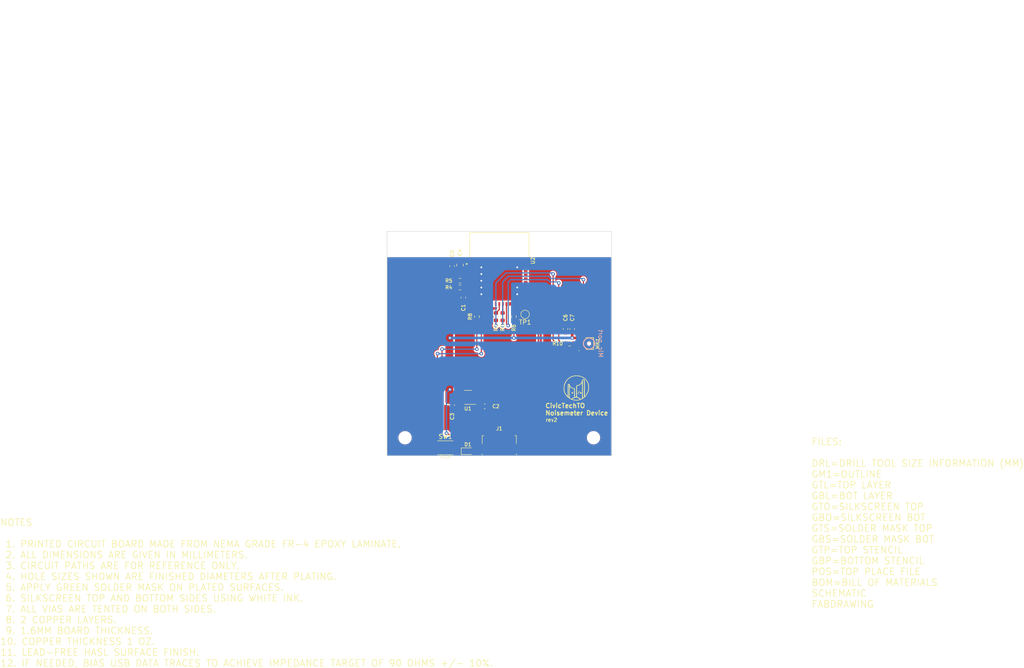
<source format=kicad_pcb>
(kicad_pcb (version 20221018) (generator pcbnew)
  (title_block (title "Noisemeter Device") (date "2024-01-25") (rev "2") (company "Civic Tech Toronto") (comment 1 "Drawn by Clyne Sullivan") (comment 2 "Released under the CERN Open Hardware License Version 2 - Strongly Reciprocal"))
  (layers (0 "F.Cu" signal) (31 "B.Cu" signal) (34 "B.Paste" user) (35 "F.Paste" user) (36 "B.SilkS" user "B.Silkscreen") (37 "F.SilkS" user "F.Silkscreen") (38 "B.Mask" user) (39 "F.Mask" user) (44 "Edge.Cuts" user))
  (net 0 "")
  (net 1 "VBUS")
  (net 2 "GND")
  (net 3 "+3V3")
  (net 4 "USB_D_N")
  (net 5 "USB_D_P")
  (net 6 "MIC_WS")
  (net 7 "Net-(U2-IO9)")
  (net 8 "MIC_BCLK")
  (net 9 "Net-(MK1-DATA_OUT)")
  (net 10 "MIC_DATA_OUT")
  (net 13 "Net-(U2-EN)")
  (net 14 "STAT_LED")
  (net 15 "Net-(D1-K)")
  (net 18 "FACT_RESET")
  (net 23 "Net-(U2-IO4)")
  (net 24 "IO2")
  (net 25 "IO8")
  (net 39 "Net-(U2-IO5)")
  (footprint "MountingHole:MountingHole_2.5mm" (layer "F.Cu") (at 129 121)
    (fp_text reference "H1" hide)
    (fp_text value "MountingHole_Pad")
  )
  (footprint "Button_Switch_SMD:SW_SPST_EVQP7A" (layer "F.Cu") (at 138 123.25)
    (fp_text reference "SW1")
    (fp_text value "SW_Push")
  )
  (footprint "Capacitor_SMD:C_0603_1608Metric" (layer "F.Cu") (at 146.75 114)
    (fp_text reference "C2")
    (fp_text value "1U")
  )
  (footprint "Capacitor_SMD:C_0603_1608Metric" (layer "F.Cu") (at 164.75 96.75 90)
    (fp_text reference "C6")
    (fp_text value "0.1U")
  )
  (footprint "Resistor_SMD:R_0603_1608Metric" (layer "F.Cu") (at 153.25 94 -90)
    (fp_text reference "R6")
    (fp_text value "10K")
  )
  (footprint "MountingHole:MountingHole_2.5mm" (layer "F.Cu") (at 171 79)
    (fp_text reference "H3" hide)
    (fp_text value "MountingHole_Pad")
  )
  (footprint "MountingHole:MountingHole_2.5mm" (layer "F.Cu") (at 129 79)
    (fp_text reference "H4" hide)
    (fp_text value "MountingHole_Pad")
  )
  (footprint "Capacitor_SMD:C_0603_1608Metric" (layer "F.Cu") (at 142 89.75 -90)
    (fp_text reference "C1")
    (fp_text value "1U")
  )
  (footprint "Connector_USB:USB_Micro-B_Molex_47346-0001" (layer "F.Cu") (at 150 122.25)
    (fp_text reference "J1")
    (fp_text value "USB_B_Micro")
  )
  (footprint "Resistor_SMD:R_0603_1608Metric" (layer "F.Cu") (at 150.75 94 90)
    (fp_text reference "R3")
    (fp_text value "51")
  )
  (footprint "Capacitor_SMD:C_0603_1608Metric" (layer "F.Cu") (at 166.25 96.75 90)
    (fp_text reference "C7")
    (fp_text value "200P")
  )
  (footprint "MountingHole:MountingHole_2.5mm" (layer "F.Cu") (at 171 121)
    (fp_text reference "H2" hide)
    (fp_text value "MountingHole_Pad")
  )
  (footprint "Resistor_SMD:R_0603_1608Metric" (layer "F.Cu") (at 165.686 100.003 180)
    (fp_text reference "R10")
    (fp_text value "51")
  )
  (footprint "Capacitor_SMD:C_0603_1608Metric" (layer "F.Cu") (at 139.5 113.75 -90)
    (fp_text reference "C3")
    (fp_text value "1U")
  )
  (footprint "Resistor_SMD:R_0603_1608Metric" (layer "F.Cu") (at 141.25 87.5 180)
    (fp_text reference "R4")
    (fp_text value "10K")
  )
  (footprint "Capacitor_SMD:C_0603_1608Metric" (layer "F.Cu") (at 139.5 82.75 90)
    (fp_text reference "C5")
    (fp_text value "0.1U")
  )
  (footprint "LED_SMD:LED_0603_1608Metric" (layer "F.Cu") (at 143 124)
    (fp_text reference "D1")
    (fp_text value "LED")
  )
  (footprint "noisemeter:MIC_SPH0645LM4H-B" (layer "F.Cu") (at 170 100 90)
    (fp_text reference "MK1")
    (fp_text value "SPH0645LM4H-B")
  )
  (footprint "Capacitor_SMD:C_0805_2012Metric" (layer "F.Cu") (at 141.25 82.5 90)
    (fp_text reference "C4")
    (fp_text value "10U")
  )
  (footprint "Resistor_SMD:R_0603_1608Metric" (layer "F.Cu") (at 149.25 94 90)
    (fp_text reference "R2")
    (fp_text value "51")
  )
  (footprint "TestPoint:TestPoint_Pad_D1.5mm" (layer "F.Cu") (at 155.75 93.5)
    (fp_text reference "TP1")
    (fp_text value "TestPoint")
  )
  (footprint "Resistor_SMD:R_0603_1608Metric" (layer "F.Cu") (at 141.25 86 180)
    (fp_text reference "R5")
    (fp_text value "10K")
  )
  (footprint "Package_TO_SOT_SMD:SOT-23-5" (layer "F.Cu") (at 143 112 180)
    (fp_text reference "U1")
    (fp_text value "AP2112K-3.3")
  )
  (footprint "Resistor_SMD:R_0603_1608Metric" (layer "F.Cu") (at 145 94 -90)
    (fp_text reference "R8")
    (fp_text value "51")
  )
  (footprint "noisemeter:XCVR_ESP32-C3-MINI-1-N4" (layer "F.Cu") (at 150 83.55)
    (fp_text reference "U2")
    (fp_text value "ESP32-C3-MINI-1-N4")
  )
  (gr_circle (center 170 100) (end 171.25 100) (stroke (width 0.25)) (fill none) (layer "B.SilkS"))
  (gr_poly (pts (xy 168.047826 110.811825) (xy 168.07588 110.816241) (xy 168.105835 110.823307) (xy 168.137048 110.832854) (xy 168.168872 110.844711) (xy 168.200664 110.85871) (xy 168.231777 110.874681) (xy 168.261568 110.892454) (xy 168.28939 110.91186) (xy 168.3146 110.93273) (xy 168.326024 110.943661) (xy 168.336552 110.954894) (xy 168.344028 110.96301) (xy 168.350586 110.970482) (xy 168.356235 110.977391) (xy 168.358721 110.980661) (xy 168.360982 110.983821) (xy 168.36302 110.986882) (xy 168.364836 110.989854) (xy 168.366431 110.992748) (xy 168.367806 110.995573) (xy 168.368962 110.99834) (xy 168.369899 111.00106) (xy 168.37062 111.003743) (xy 168.371124 111.006399) (xy 168.371414 111.009038) (xy 168.37149 111.011671) (xy 168.371352 111.014309) (xy 168.371003 111.01696) (xy 168.370443 111.019637) (xy 168.369673 111.022348) (xy 168.368695 111.025106) (xy 168.367508 111.027918) (xy 168.366115 111.030798) (xy 168.364517 111.033753) (xy 168.362713 111.036796) (xy 168.360706 111.039935) (xy 168.356086 111.046547) (xy 168.350663 111.053671) (xy 168.339477 111.064537) (xy 168.324277 111.076828) (xy 168.305612 111.090252) (xy 168.284032 111.104515) (xy 168.260088 111.119324) (xy 168.234329 111.134386) (xy 168.207305 111.149406) (xy 168.179566 111.164091) (xy 168.151661 111.178147) (xy 168.124141 111.191282) (xy 168.097555 111.203201) (xy 168.072454 111.213612) (xy 168.049386 111.22222) (xy 168.028902 111.228732) (xy 168.011552 111.232854) (xy 167.997886 111.234293) (xy 167.991046 111.233976) (xy 167.984811 111.233046) (xy 167.979173 111.231535) (xy 167.974123 111.229476) (xy 167.969653 111.226899) (xy 167.965757 111.223838) (xy 167.962426 111.220324) (xy 167.959653 111.21639) (xy 167.95743 111.212067) (xy 167.955749 111.207387) (xy 167.954602 111.202383) (xy 167.953981 111.197086) (xy 167.95388 111.191529) (xy 167.954289 111.185744) (xy 167.955202 111.179762) (xy 167.956611 111.173616) (xy 167.958507 111.167337) (xy 167.960883 111.160958) (xy 167.963732 111.154511) (xy 167.967045 111.148028) (xy 167.970815 111.141541) (xy 167.975034 111.135082) (xy 167.979695 111.128682) (xy 167.984789 111.122375) (xy 167.990309 111.116191) (xy 167.996246 111.110164) (xy 168.002595 111.104325) (xy 168.009345 111.098706) (xy 168.016491 111.093339) (xy 168.024024 111.088256) (xy 168.031935 111.083489) (xy 168.040219 111.079071) (xy 168.049076 111.074281) (xy 168.057632 111.069453) (xy 168.065848 111.064616) (xy 168.073689 111.059801) (xy 168.081115 111.055035) (xy 168.088092 111.050348) (xy 168.09458 111.045768) (xy 168.100544 111.041324) (xy 168.105945 111.037046) (xy 168.110747 111.032962) (xy 168.114912 111.029102) (xy 168.118403 111.025493) (xy 168.119884 111.023793) (xy 168.121183 111.022166) (xy 168.122295 111.020617) (xy 168.123215 111.019149) (xy 168.123939 111.017765) (xy 168.124462 111.01647) (xy 168.124779 111.015267) (xy 168.124885 111.01416) (xy 168.124779 111.013037) (xy 168.124462 111.011786) (xy 168.123215 111.008929) (xy 168.121183 111.005633) (xy 168.118403 111.001945) (xy 168.114912 110.99791) (xy 168.110747 110.993572) (xy 168.105945 110.988979) (xy 168.100544 110.984174) (xy 168.09458 110.979204) (xy 168.088092 110.974114) (xy 168.081115 110.96895) (xy 168.073689 110.963757) (xy 168.065848 110.95858) (xy 168.057632 110.953466) (xy 168.049076 110.948459) (xy 168.040219 110.943604) (xy 168.031827 110.938156) (xy 168.023616 110.932426) (xy 168.015638 110.926464) (xy 168.00794 110.920321) (xy 168.000573 110.914045) (xy 167.993586 110.907687) (xy 167.987029 110.901296) (xy 167.980952 110.894921) (xy 167.975404 110.888612) (xy 167.970435 110.88242) (xy 167.966094 110.876392) (xy 167.962431 110.870579) (xy 167.96087 110.867769) (xy 167.959496 110.865031) (xy 167.958317 110.862372) (xy 167.957338 110.859798) (xy 167.956566 110.857314) (xy 167.956007 110.854928) (xy 167.955667 110.852645) (xy 167.955552 110.850471) (xy 167.956341 110.84248) (xy 167.958653 110.835428) (xy 167.962408 110.829292) (xy 167.967525 110.824051) (xy 167.973923 110.819685) (xy 167.981523 110.816172) (xy 167.990243 110.813492) (xy 168.000002 110.811621) (xy 168.010721 110.810541) (xy 168.022318 110.810229)) (fill solid) (layer "F.SilkS"))
  (gr_poly (pts (xy 167.861603 110.543812) (xy 167.865256 110.544214) (xy 167.868769 110.544965) (xy 167.872133 110.546065) (xy 167.875339 110.547508) (xy 167.878381 110.549292) (xy 167.881248 110.551415) (xy 167.883934 110.553872) (xy 167.88643 110.556661) (xy 167.888727 110.559779) (xy 167.890818 110.563222) (xy 167.892693 110.566987) (xy 167.894345 110.571073) (xy 167.895766 110.575474) (xy 167.896947 110.580188) (xy 167.89788 110.585213) (xy 167.898557 110.590544) (xy 167.898969 110.59618) (xy 167.899108 110.602116) (xy 167.896461 110.618051) (xy 167.88891 110.642817) (xy 167.877044 110.67519) (xy 167.861449 110.713946) (xy 167.821419 110.805712) (xy 167.773519 110.908327) (xy 167.722443 111.011999) (xy 167.672889 111.10694) (xy 167.629552 111.183361) (xy 167.611683 111.211566) (xy 167.59713 111.231471) (xy 167.591816 111.237606) (xy 167.586465 111.243313) (xy 167.581092 111.248593) (xy 167.57571 111.253448) (xy 167.570331 111.257879) (xy 167.564971 111.261888) (xy 167.559641 111.265476) (xy 167.554356 111.268645) (xy 167.549128 111.271397) (xy 167.543972 111.273732) (xy 167.538901 111.275653) (xy 167.533928 111.277161) (xy 167.529066 111.278258) (xy 167.52433 111.278945) (xy 167.519732 111.279224) (xy 167.515285 111.279096) (xy 167.511005 111.278563) (xy 167.506903 111.277627) (xy 167.502993 111.276288) (xy 167.499289 111.274549) (xy 167.495804 111.272411) (xy 167.492552 111.269875) (xy 167.489546 111.266944) (xy 167.486799 111.263618) (xy 167.484325 111.2599) (xy 167.482137 111.25579) (xy 167.480249 111.251291) (xy 167.478674 111.246404) (xy 167.477425 111.24113) (xy 167.476517 111.235471) (xy 167.475962 111.229429) (xy 167.475774 111.223005) (xy 167.478799 111.207499) (xy 167.487405 111.182038) (xy 167.518549 111.106941) (xy 167.563583 111.009089) (xy 167.616886 110.89986) (xy 167.672834 110.790631) (xy 167.725806 110.692779) (xy 167.770179 110.617682) (xy 167.787383 110.592221) (xy 167.80033 110.576716) (xy 167.805083 110.571886) (xy 167.809811 110.567451) (xy 167.814506 110.563406) (xy 167.81916 110.559749) (xy 167.823764 110.556476) (xy 167.82831 110.553585) (xy 167.83279 110.551072) (xy 167.837195 110.548934) (xy 167.841518 110.547168) (xy 167.84575 110.545772) (xy 167.849883 110.544741) (xy 167.853908 110.544073) (xy 167.857818 110.543764)) (fill solid) (layer "F.SilkS"))
  (gr_poly (pts (xy 167.153986 107.123374) (xy 167.347363 107.129371) (xy 167.540211 107.140131) (xy 167.719632 107.155124) (xy 167.872727 107.173821) (xy 167.935371 107.184394) (xy 167.986597 107.195693) (xy 168.039288 107.210435) (xy 168.09539 107.228033) (xy 168.154345 107.248236) (xy 168.215593 107.270791) (xy 168.342742 107.321949) (xy 168.472372 107.379491) (xy 168.600017 107.441398) (xy 168.721212 107.505653) (xy 168.777997 107.538031) (xy 168.831494 107.570239) (xy 168.881147 107.602025) (xy 168.926397 107.633138) (xy 169.007533 107.693658) (xy 169.086801 107.758655) (xy 169.164051 107.827911) (xy 169.239134 107.901205) (xy 169.311903 107.978319) (xy 169.382208 108.059034) (xy 169.4499 108.143131) (xy 169.51483 108.230391) (xy 169.57685 108.320594) (xy 169.635811 108.413521) (xy 169.691563 108.508953) (xy 169.743959 108.606672) (xy 169.792849 108.706458) (xy 169.838085 108.808092) (xy 169.879517 108.911354) (xy 169.916997 109.016027) (xy 169.938665 109.083573) (xy 169.955405 109.144702) (xy 169.962124 109.17499) (xy 169.967846 109.206229) (xy 169.972651 109.23927) (xy 169.976616 109.274966) (xy 169.982343 109.357725) (xy 169.985656 109.46132) (xy 169.987183 109.592565) (xy 169.987552 109.758271) (xy 169.985783 109.971602) (xy 169.983217 110.064572) (xy 169.979218 110.149943) (xy 169.973548 110.228864) (xy 169.965972 110.302486) (xy 169.956255 110.371957) (xy 169.94416 110.438427) (xy 169.929453 110.503044) (xy 169.911898 110.566959) (xy 169.891258 110.63132) (xy 169.867299 110.697277) (xy 169.839784 110.765979) (xy 169.808479 110.838576) (xy 169.773146 110.916216) (xy 169.733552 111.000049) (xy 169.699443 111.070842) (xy 169.66481 111.139357) (xy 169.629589 111.205698) (xy 169.59372 111.269968) (xy 169.557139 111.33227) (xy 169.519785 111.392707) (xy 169.481596 111.451383) (xy 169.44251 111.508402) (xy 169.402465 111.563866) (xy 169.361399 111.617879) (xy 169.31925 111.670544) (xy 169.275955 111.721964) (xy 169.231453 111.772244) (xy 169.185683 111.821486) (xy 169.13858 111.869794) (xy 169.090085 111.917271) (xy 169 112) (xy 168.908493 112.077851) (xy 168.815398 112.150906) (xy 168.720551 112.219249) (xy 168.623785 112.282961) (xy 168.524935 112.342126) (xy 168.423837 112.396826) (xy 168.320324 112.447143) (xy 168.214232 112.493161) (xy 168.105395 112.534963) (xy 167.993647 112.57263) (xy 167.878823 112.606246) (xy 167.760758 112.635893) (xy 167.639287 112.661654) (xy 167.514244 112.683612) (xy 167.385463 112.701849) (xy 167.301343 112.709771) (xy 167.213357 112.713496) (xy 167.122007 112.713129) (xy 167.027791 112.708772) (xy 166.93121 112.700529) (xy 166.832765 112.688504) (xy 166.732956 112.672799) (xy 166.632283 112.653518) (xy 166.531246 112.630765) (xy 166.430345 112.604642) (xy 166.330081 112.575253) (xy 166.230954 112.542702) (xy 166.133464 112.507091) (xy 166.038112 112.468525) (xy 165.945396 112.427106) (xy 165.855819 112.382938) (xy 166.290441 112.382938) (xy 166.292656 112.392458) (xy 166.299161 112.401951) (xy 166.309752 112.411387) (xy 166.32422 112.42074) (xy 166.363962 112.439083) (xy 166.416736 112.456756) (xy 166.480886 112.473537) (xy 166.55476 112.489201) (xy 166.636704 112.503525) (xy 166.725063 112.516287) (xy 166.914417 112.53623) (xy 167.012103 112.542965) (xy 167.109591 112.547244) (xy 167.205227 112.548844) (xy 167.297357 112.547541) (xy 167.384328 112.543114) (xy 167.464486 112.535338) (xy 167.523169 112.527926) (xy 167.577556 112.520493) (xy 167.627719 112.51302) (xy 167.673727 112.505484) (xy 167.71565 112.497865) (xy 167.753559 112.490144) (xy 167.787524 112.482298) (xy 167.80305 112.478322) (xy 167.817616 112.474307) (xy 167.831231 112.470251) (xy 167.843904 112.466151) (xy 167.855644 112.462005) (xy 167.866459 112.457809) (xy 167.876359 112.453562) (xy 167.885351 112.449261) (xy 167.893446 112.444902) (xy 167.900651 112.440484) (xy 167.906976 112.436005) (xy 167.912428 112.43146) (xy 167.917018 112.426849) (xy 167.920754 112.422168) (xy 167.923644 112.417414) (xy 167.925698 112.412585) (xy 167.926923 112.407679) (xy 167.92733 112.402693) (xy 167.926554 112.397085) (xy 167.924268 112.390871) (xy 167.915407 112.376775) (xy 167.901229 112.360711) (xy 167.882218 112.342985) (xy 167.858859 112.323904) (xy 167.831633 112.303772) (xy 167.801026 112.282896) (xy 167.767522 112.261582) (xy 167.731602 112.240136) (xy 167.693752 112.218863) (xy 167.654456 112.19807) (xy 167.614196 112.178062) (xy 167.573456 112.159146) (xy 167.532721 112.141627) (xy 167.492473 112.125811) (xy 167.453197 112.112005) (xy 167.412503 112.099105) (xy 167.370933 112.087922) (xy 167.328603 112.07845) (xy 167.285627 112.070685) (xy 167.242123 112.064624) (xy 167.198204 112.060262) (xy 167.153989 112.057595) (xy 167.109591 112.056618) (xy 167.065127 112.057329) (xy 167.020713 112.059722) (xy 166.976464 112.063793) (xy 166.932497 112.069539) (xy 166.888926 112.076955) (xy 166.845868 112.086037) (xy 166.803438 112.096781) (xy 166.761752 112.109182) (xy 166.724833 112.121465) (xy 166.686401 112.135878) (xy 166.646993 112.152101) (xy 166.607148 112.169816) (xy 166.567401 112.188705) (xy 166.528291 112.208451) (xy 166.490355 112.228733) (xy 166.45413 112.249235) (xy 166.420155 112.269638) (xy 166.388965 112.289622) (xy 166.3611 112.308872) (xy 166.337096 112.327067) (xy 166.317491 112.343889) (xy 166.309506 112.351686) (xy 166.302822 112.359021) (xy 166.297506 112.365853) (xy 166.293626 112.372143) (xy 166.291249 112.377851) (xy 166.290441 112.382938) (xy 165.855819 112.382938) (xy 165.719626 112.308433) (xy 165.588469 112.227964) (xy 165.462553 112.14178) (xy 165.456801 112.137404) (xy 165.697775 112.137404) (xy 165.867108 112.222071) (xy 165.9344 112.25435) (xy 165.965037 112.268704) (xy 165.992697 112.281338) (xy 166.016653 112.291855) (xy 166.036177 112.299859) (xy 166.044049 112.302794) (xy 166.050541 112.304952) (xy 166.055562 112.306283) (xy 166.059019 112.306738) (xy 166.062639 112.306055) (xy 166.068131 112.304053) (xy 166.084287 112.296375) (xy 166.106594 112.284265) (xy 166.134161 112.268285) (xy 166.166093 112.248998) (xy 166.201497 112.226966) (xy 166.239481 112.202751) (xy 166.279152 112.176915) (xy 166.320482 112.150187) (xy 166.363202 112.123425) (xy 166.406053 112.097392) (xy 166.44778 112.072846) (xy 166.487126 112.050549) (xy 166.522834 112.031262) (xy 166.553647 112.015746) (xy 166.566825 112.009639) (xy 166.578308 112.00476) (xy 166.685552 111.962427) (xy 166.679908 111.028271) (xy 166.671441 110.096938) (xy 166.493641 110.060249) (xy 166.448938 110.050132) (xy 166.404829 110.038845) (xy 166.361383 110.026409) (xy 166.318664 110.012844) (xy 166.276738 109.998172) (xy 166.235673 109.982412) (xy 166.195533 109.965585) (xy 166.156386 109.947713) (xy 166.118297 109.928815) (xy 166.081332 109.908913) (xy 166.045558 109.888027) (xy 166.011041 109.866177) (xy 165.977847 109.843385) (xy 165.946042 109.819671) (xy 165.915692 109.795056) (xy 165.886863 109.76956) (xy 165.874144 109.757564) (xy 165.861436 109.745952) (xy 165.848819 109.734778) (xy 165.836372 109.724096) (xy 165.824173 109.71396) (xy 165.812301 109.704423) (xy 165.800833 109.695539) (xy 165.78985 109.687363) (xy 165.779428 109.679947) (xy 165.769648 109.673345) (xy 165.760586 109.667612) (xy 165.752323 109.662801) (xy 165.744936 109.658965) (xy 165.738504 109.656159) (xy 165.735671 109.655158) (xy 165.733106 109.654435) (xy 165.730818 109.653997) (xy 165.728819 109.653849) (xy 165.72475 109.657811) (xy 165.721003 109.669934) (xy 165.714443 109.720083) (xy 165.709075 109.807142) (xy 165.70483 109.933955) (xy 165.69945 110.318218) (xy 165.697775 110.895627) (xy 165.697775 112.137404) (xy 165.456801 112.137404) (xy 165.342087 112.050136) (xy 165.227275 111.953283) (xy 165.118326 111.851473) (xy 165.015446 111.744958) (xy 164.918841 111.633991) (xy 164.828719 111.518823) (xy 164.745286 111.399708) (xy 164.668748 111.276896) (xy 164.599313 111.150641) (xy 164.537187 111.021194) (xy 164.482577 110.888808) (xy 164.435689 110.753735) (xy 164.39673 110.616227) (xy 164.379742 110.543687) (xy 164.366656 110.477232) (xy 164.357142 110.411836) (xy 164.350869 110.342471) (xy 164.347507 110.26411) (xy 164.346724 110.171727) (xy 164.34819 110.060293) (xy 164.349178 110.020738) (xy 164.49833 110.020738) (xy 164.499455 110.196096) (xy 164.501232 110.270961) (xy 164.504151 110.338811) (xy 164.508459 110.40079) (xy 164.514404 110.458044) (xy 164.522234 110.511718) (xy 164.532197 110.562957) (xy 164.544541 110.612906) (xy 164.559515 110.662711) (xy 164.577366 110.713516) (xy 164.598343 110.766466) (xy 164.622693 110.822707) (xy 164.650664 110.883384) (xy 164.718464 111.022627) (xy 164.75409 111.092458) (xy 164.791808 111.161781) (xy 164.831064 111.229888) (xy 164.871305 111.296073) (xy 164.911975 111.359629) (xy 164.952521 111.419849) (xy 164.992389 111.476025) (xy 165.031025 111.527452) (xy 165.067875 111.573421) (xy 165.102385 111.613226) (xy 165.134001 111.646161) (xy 165.148551 111.65983) (xy 165.16217 111.671517) (xy 165.174788 111.681133) (xy 165.186336 111.688589) (xy 165.196746 111.693797) (xy 165.205947 111.696669) (xy 165.213871 111.697116) (xy 165.220448 111.695051) (xy 165.22561 111.690384) (xy 165.229286 111.683027) (xy 165.232571 111.649502) (xy 165.235989 111.569344) (xy 165.242691 111.290032) (xy 165.248336 110.886895) (xy 165.250714 110.559782) (xy 165.415552 110.559782) (xy 165.415773 110.997535) (xy 165.416148 111.176724) (xy 165.416787 111.331836) (xy 165.417757 111.464657) (xy 165.419124 111.576973) (xy 165.419977 111.625999) (xy 165.420954 111.670569) (xy 165.422064 111.710906) (xy 165.423314 111.747232) (xy 165.424712 111.779772) (xy 165.426268 111.808748) (xy 165.427989 111.834383) (xy 165.429884 111.856902) (xy 165.431961 111.876527) (xy 165.434228 111.893481) (xy 165.436693 111.907987) (xy 165.439365 111.92027) (xy 165.440781 111.925647) (xy 165.442252 111.930551) (xy 165.443779 111.935011) (xy 165.445362 111.939055) (xy 165.447004 111.94271) (xy 165.448704 111.946004) (xy 165.450464 111.948966) (xy 165.452285 111.951623) (xy 165.454169 111.954002) (xy 165.456115 111.956133) (xy 165.458125 111.958042) (xy 165.460201 111.959759) (xy 165.464551 111.962723) (xy 165.469175 111.965249) (xy 165.474494 111.968259) (xy 165.479846 111.970943) (xy 165.485199 111.973304) (xy 165.490518 111.975347) (xy 165.495771 111.977076) (xy 165.500925 111.978495) (xy 165.505946 111.979607) (xy 165.510802 111.980418) (xy 165.51546 111.980932) (xy 165.519887 111.981151) (xy 165.524048 111.981082) (xy 165.527912 111.980727) (xy 165.531446 111.980091) (xy 165.533078 111.979669) (xy 165.534615 111.979178) (xy 165.536053 111.978619) (xy 165.537388 111.977992) (xy 165.538615 111.977299) (xy 165.53973 111.976538) (xy 165.546891 111.876558) (xy 165.551504 111.623848) (xy 165.553489 110.842004) (xy 165.546477 109.994544) (xy 165.539846 109.659813) (xy 165.531264 109.445005) (xy 165.52845 109.398923) (xy 165.526913 109.377424) (xy 165.525288 109.356942) (xy 165.523572 109.337469) (xy 165.521763 109.318997) (xy 165.519859 109.301516) (xy 165.517858 109.28502) (xy 165.515758 109.269499) (xy 165.513556 109.254946) (xy 165.511251 109.241351) (xy 165.50884 109.228708) (xy 165.506322 109.217007) (xy 165.503695 109.20624) (xy 165.500955 109.1964) (xy 165.498102 109.187477) (xy 165.495134 109.179463) (xy 165.492047 109.172351) (xy 165.488841 109.166132) (xy 165.485513 109.160798) (xy 165.48206 109.15634) (xy 165.480287 109.154437) (xy 165.478482 109.15275) (xy 165.476645 109.151278) (xy 165.474775 109.15002) (xy 165.472873 109.148975) (xy 165.470939 109.148142) (xy 165.468971 109.14752) (xy 165.46697 109.147107) (xy 165.464935 109.146903) (xy 165.462866 109.146907) (xy 165.460763 109.147118) (xy 165.458626 109.147534) (xy 165.456454 109.148155) (xy 165.454248 109.14898) (xy 165.452006 109.150007) (xy 165.449729 109.151236) (xy 165.445067 109.154294) (xy 165.440261 109.158145) (xy 165.435308 109.162782) (xy 165.431218 109.195028) (xy 165.427459 109.279464) (xy 165.421197 109.581882) (xy 165.417052 110.024001) (xy 165.415552 110.559782) (xy 165.250714 110.559782) (xy 165.251864 110.401738) (xy 165.254377 110.098553) (xy 165.257684 109.837867) (xy 165.261786 109.618257) (xy 165.26668 109.438302) (xy 165.272369 109.296579) (xy 165.278851 109.191666) (xy 165.28239 109.152569) (xy 165.286127 109.122141) (xy 165.290063 109.100205) (xy 165.294197 109.086582) (xy 165.298354 109.077793) (xy 165.302883 109.069419) (xy 165.307775 109.06146) (xy 165.313021 109.053917) (xy 165.318612 109.046792) (xy 165.324539 109.040086) (xy 165.330794 109.033799) (xy 165.337368 109.027933) (xy 165.344252 109.022489) (xy 165.351437 109.017467) (xy 165.358915 109.012869) (xy 165.366676 109.008696) (xy 165.374712 109.004948) (xy 165.383015 109.001628) (xy 165.391575 108.998735) (xy 165.400383 108.996271) (xy 165.409431 108.994237) (xy 165.41871 108.992634) (xy 165.437926 108.990726) (xy 165.457961 108.990554) (xy 165.478744 108.992126) (xy 165.500205 108.995451) (xy 165.522273 109.000537) (xy 165.544879 109.007393) (xy 165.567953 109.016027) (xy 165.582591 109.022339) (xy 165.595899 109.028694) (xy 165.608 109.035263) (xy 165.619017 109.04222) (xy 165.629075 109.04974) (xy 165.638299 109.057996) (xy 165.646811 109.067161) (xy 165.654736 109.07741) (xy 165.662198 109.088915) (xy 165.669321 109.101851) (xy 165.676229 109.116391) (xy 165.683046 109.132708) (xy 165.689896 109.150977) (xy 165.696904 109.17137) (xy 165.704192 109.194062) (xy 165.711886 109.219227) (xy 165.734852 109.290775) (xy 165.761473 109.358359) (xy 165.791831 109.422049) (xy 165.826009 109.481914) (xy 165.86409 109.538026) (xy 165.906156 109.590454) (xy 165.95229 109.639269) (xy 166.002575 109.684541) (xy 166.057093 109.72634) (xy 166.115927 109.764737) (xy 166.179159 109.799802) (xy 166.246873 109.831605) (xy 166.319151 109.860216) (xy 166.396076 109.885707) (xy 166.47773 109.908146) (xy 166.564197 109.927605) (xy 166.609264 109.93654) (xy 166.652744 109.946169) (xy 166.693578 109.95613) (xy 166.730708 109.966057) (xy 166.763075 109.975588) (xy 166.777142 109.980091) (xy 166.789622 109.984358) (xy 166.800382 109.988344) (xy 166.809289 109.992003) (xy 166.816212 109.99529) (xy 166.821019 109.99816) (xy 166.825585 110.004843) (xy 166.829767 110.016697) (xy 166.837026 110.057559) (xy 166.842897 110.124019) (xy 166.847477 110.219352) (xy 166.853166 110.509732) (xy 166.854886 110.954894) (xy 166.855404 111.169145) (xy 166.856914 111.356575) (xy 166.85935 111.516819) (xy 166.862647 111.649513) (xy 166.866737 111.754293) (xy 166.871554 111.830796) (xy 166.874215 111.85833) (xy 166.877033 111.878658) (xy 166.88 111.891735) (xy 166.881537 111.89554) (xy 166.883108 111.897515) (xy 166.886832 111.8995) (xy 166.891602 111.90122) (xy 166.89734 111.902675) (xy 166.903966 111.903865) (xy 166.911402 111.904791) (xy 166.919571 111.905453) (xy 166.928392 111.90585) (xy 166.937788 111.905982) (xy 166.947681 111.90585) (xy 166.95799 111.905453) (xy 166.979548 111.903865) (xy 166.99064 111.902675) (xy 167.001834 111.90122) (xy 167.013053 111.8995) (xy 167.024219 111.897515) (xy 167.056472 111.891871) (xy 167.320552 111.891871) (xy 167.461663 111.939849) (xy 167.500716 111.953504) (xy 167.539528 111.967999) (xy 167.578059 111.983313) (xy 167.616268 111.999424) (xy 167.654113 112.016313) (xy 167.691553 112.033958) (xy 167.728547 112.052339) (xy 167.765052 112.071435) (xy 167.801029 112.091226) (xy 167.836435 112.11169) (xy 167.871229 112.132808) (xy 167.90537 112.154558) (xy 167.938816 112.17692) (xy 167.971526 112.199873) (xy 168.00346 112.223397) (xy 168.034574 112.247471) (xy 168.178508 112.363182) (xy 168.30833 112.301093) (xy 168.43533 112.239005) (xy 168.43533 110.523093) (xy 168.434855 110.196774) (xy 168.604311 110.196774) (xy 168.61485 111.481282) (xy 168.624105 111.904378) (xy 168.635708 112.069671) (xy 168.637418 112.070358) (xy 168.639368 112.070833) (xy 168.643954 112.071159) (xy 168.6494 112.070676) (xy 168.65564 112.069406) (xy 168.662607 112.067377) (xy 168.670236 112.064611) (xy 168.67846 112.061134) (xy 168.687213 112.056971) (xy 168.69643 112.052146) (xy 168.706043 112.046685) (xy 168.715987 112.040612) (xy 168.726195 112.033952) (xy 168.736602 112.02673) (xy 168.747141 112.01897) (xy 168.757747 112.010698) (xy 168.768352 112.001938) (xy 168.872774 111.920093) (xy 168.872774 110.051782) (xy 168.872554 109.44948) (xy 168.872179 109.203933) (xy 168.87154 108.992038) (xy 168.87057 108.811231) (xy 168.869203 108.65895) (xy 168.86835 108.592705) (xy 168.867373 108.53263) (xy 168.866263 108.478406) (xy 168.865013 108.42971) (xy 168.863615 108.386224) (xy 168.862059 108.347626) (xy 168.860338 108.313596) (xy 168.858443 108.283815) (xy 168.856366 108.25796) (xy 168.854099 108.235713) (xy 168.851634 108.216752) (xy 168.848962 108.200757) (xy 168.846075 108.187409) (xy 168.844548 108.181626) (xy 168.842965 108.176385) (xy 168.841323 108.171646) (xy 168.839623 108.167367) (xy 168.837863 108.16351) (xy 168.836042 108.160034) (xy 168.834158 108.156898) (xy 168.832212 108.154064) (xy 168.830202 108.151491) (xy 168.828126 108.149139) (xy 168.823776 108.144937) (xy 168.819152 108.141138) (xy 168.813337 108.137005) (xy 168.807555 108.133079) (xy 168.801839 108.129368) (xy 168.796222 108.12588) (xy 168.790737 108.122624) (xy 168.785418 108.119607) (xy 168.780297 108.116839) (xy 168.775408 108.114327) (xy 168.770783 108.112079) (xy 168.766456 108.110104) (xy 168.76246 108.108411) (xy 168.758827 108.107007) (xy 168.755592 108.1059) (xy 168.752786 108.105099) (xy 168.750443 108.104613) (xy 168.748597 108.104449) (xy 168.732908 108.108167) (xy 168.718599 108.111968) (xy 168.705598 108.115934) (xy 168.693828 108.120148) (xy 168.688382 108.122374) (xy 168.683216 108.124692) (xy 168.67832 108.127115) (xy 168.673686 108.129651) (xy 168.669305 108.132311) (xy 168.665166 108.135105) (xy 168.661261 108.138044) (xy 168.65758 108.141138) (xy 168.654114 108.144397) (xy 168.650854 108.147833) (xy 168.64779 108.151454) (xy 168.644913 108.155271) (xy 168.642214 108.159295) (xy 168.639683 108.163537) (xy 168.637312 108.168005) (xy 168.63509 108.172712) (xy 168.633009 108.177666) (xy 168.63106 108.182879) (xy 168.627517 108.194121) (xy 168.624387 108.20652) (xy 168.621597 108.22016) (xy 168.611901 108.430829) (xy 168.605942 108.886337) (xy 168.604311 110.196774) (xy 168.434855 110.196774) (xy 168.433566 109.312007) (xy 168.431758 108.943928) (xy 168.429685 108.810004) (xy 168.427651 108.811078) (xy 168.423727 108.814227) (xy 168.410591 108.82632) (xy 168.365833 108.870682) (xy 168.223663 109.016027) (xy 168.18212 109.057864) (xy 168.140027 109.097651) (xy 168.097364 109.135387) (xy 168.054109 109.171073) (xy 168.010243 109.204708) (xy 167.965744 109.236292) (xy 167.920592 109.265827) (xy 167.874766 109.29331) (xy 167.828246 109.318743) (xy 167.78101 109.342126) (xy 167.733038 109.363458) (xy 167.68431 109.382739) (xy 167.634805 109.39997) (xy 167.584502 109.415151) (xy 167.53338 109.428281) (xy 167.481419 109.43936) (xy 167.320552 109.473227) (xy 167.320552 111.891871) (xy 167.056472 111.891871) (xy 167.137108 111.87776) (xy 167.137108 110.647271) (xy 167.139092 110.164671) (xy 167.144516 109.764621) (xy 167.14827 109.608451) (xy 167.152586 109.488396) (xy 167.157365 109.409616) (xy 167.159897 109.387317) (xy 167.162508 109.377271) (xy 167.165695 109.372911) (xy 167.170941 109.368319) (xy 167.178122 109.363529) (xy 167.187114 109.358574) (xy 167.197792 109.353486) (xy 167.210034 109.348299) (xy 167.238708 109.33776) (xy 167.272145 109.327221) (xy 167.309352 109.316946) (xy 167.349337 109.307201) (xy 167.391108 109.298249) (xy 167.44355 109.287655) (xy 167.494069 109.275941) (xy 167.542795 109.263045) (xy 167.589854 109.248904) (xy 167.635375 109.233457) (xy 167.679487 109.216642) (xy 167.722317 109.198396) (xy 167.763994 109.178657) (xy 167.804645 109.157365) (xy 167.8444 109.134455) (xy 167.883385 109.109868) (xy 167.92173 109.08354) (xy 167.959562 109.055409) (xy 167.997009 109.025414) (xy 168.0342 108.993492) (xy 168.071264 108.959582) (xy 168.106512 108.924539) (xy 168.140265 108.888261) (xy 168.172479 108.850832) (xy 168.203114 108.812342) (xy 168.232129 108.772875) (xy 168.259481 108.73252) (xy 168.285131 108.691363) (xy 168.309036 108.649491) (xy 168.331155 108.60699) (xy 168.351446 108.563948) (xy 168.369869 108.52045) (xy 168.386382 108.476585) (xy 168.400944 108.432439) (xy 168.413513 108.388099) (xy 168.424048 108.343651) (xy 168.432508 108.299182) (xy 168.438037 108.267306) (xy 168.443929 108.235727) (xy 168.45002 108.205272) (xy 168.456144 108.176769) (xy 168.462136 108.151043) (xy 168.46783 108.128923) (xy 168.473061 108.111234) (xy 168.475451 108.10431) (xy 168.477663 108.098804) (xy 168.479947 108.09369) (xy 168.483064 108.088415) (xy 168.486973 108.083) (xy 168.491631 108.077467) (xy 168.503026 108.066131) (xy 168.51691 108.054575) (xy 168.532943 108.04297) (xy 168.550787 108.031485) (xy 168.570103 108.020289) (xy 168.590552 108.009552) (xy 168.611795 107.999443) (xy 168.633492 107.990133) (xy 168.655305 107.981789) (xy 168.676894 107.974583) (xy 168.697922 107.968683) (xy 168.718048 107.964259) (xy 168.736934 107.96148) (xy 168.754241 107.960516) (xy 168.76419 107.960883) (xy 168.774433 107.961967) (xy 168.784935 107.963739) (xy 168.795659 107.966171) (xy 168.806569 107.969236) (xy 168.817629 107.972906) (xy 168.828803 107.977152) (xy 168.840054 107.981947) (xy 168.862644 107.993072) (xy 168.885111 108.006057) (xy 168.907163 108.02068) (xy 168.928513 108.036716) (xy 168.948871 108.053943) (xy 168.967947 108.072137) (xy 168.985452 108.091075) (xy 169.001097 108.110534) (xy 169.008132 108.12039) (xy 169.014592 108.130291) (xy 169.020443 108.140212) (xy 169.025649 108.150123) (xy 169.030171 108.159996) (xy 169.033976 108.169805) (xy 169.037026 108.179521) (xy 169.039286 108.189116) (xy 169.045503 108.357611) (xy 169.050927 108.751796) (xy 169.056219 109.981227) (xy 169.056522 110.457185) (xy 169.057586 110.839315) (xy 169.059642 111.136976) (xy 169.062921 111.35953) (xy 169.065093 111.445565) (xy 169.067656 111.516334) (xy 169.070642 111.573005) (xy 169.074078 111.616749) (xy 169.077994 111.648735) (xy 169.080141 111.660685) (xy 169.082418 111.670134) (xy 169.08483 111.677228) (xy 169.08738 111.682115) (xy 169.090071 111.68494) (xy 169.092908 111.685849) (xy 169.104535 111.683417) (xy 169.11816 111.676282) (xy 169.150857 111.648868) (xy 169.189913 111.605537) (xy 169.234239 111.548221) (xy 169.28275 111.47885) (xy 169.334357 111.399355) (xy 169.44251 111.217713) (xy 169.550003 111.018741) (xy 169.600783 110.917582) (xy 169.648136 110.817883) (xy 169.690974 110.721574) (xy 169.728211 110.630586) (xy 169.758758 110.546849) (xy 169.78153 110.472293) (xy 169.792043 110.421895) (xy 169.801346 110.358693) (xy 169.816234 110.20114) (xy 169.826029 110.014151) (xy 169.830566 109.812246) (xy 169.829679 109.609945) (xy 169.823202 109.421765) (xy 169.81097 109.262227) (xy 169.802645 109.197736) (xy 169.792819 109.145849) (xy 169.778993 109.09405) (xy 169.761058 109.037579) (xy 169.739402 108.97719) (xy 169.714414 108.913633) (xy 169.686482 108.847662) (xy 169.655996 108.780029) (xy 169.623344 108.711487) (xy 169.588913 108.642788) (xy 169.553094 108.574684) (xy 169.516274 108.507928) (xy 169.478842 108.443271) (xy 169.441187 108.381468) (xy 169.403698 108.323269) (xy 169.366762 108.269428) (xy 169.330769 108.220696) (xy 169.296108 108.177827) (xy 169.251718 108.127809) (xy 169.205438 108.078382) (xy 169.157431 108.029675) (xy 169.107857 107.981815) (xy 169.056877 107.93493) (xy 169.004653 107.88915) (xy 168.951345 107.844601) (xy 168.897116 107.801413) (xy 168.842126 107.759713) (xy 168.786537 107.719629) (xy 168.730509 107.68129) (xy 168.674205 107.644824) (xy 168.617784 107.610358) (xy 168.561409 107.578022) (xy 168.505241 107.547943) (xy 168.449441 107.520249) (xy 168.333939 107.467696) (xy 168.279293 107.444682) (xy 168.226045 107.423676) (xy 168.173689 107.404556) (xy 168.121722 107.387197) (xy 168.069639 107.371475) (xy 168.016936 107.357266) (xy 167.963108 107.344446) (xy 167.907652 107.332891) (xy 167.850062 107.322477) (xy 167.789835 107.31308) (xy 167.65945 107.296842) (xy 167.512463 107.283183) (xy 167.385583 107.273882) (xy 167.266825 107.267252) (xy 167.155319 107.26345) (xy 167.050192 107.262633) (xy 166.950572 107.264958) (xy 166.855586 107.270582) (xy 166.764362 107.279662) (xy 166.676027 107.292355) (xy 166.58971 107.308818) (xy 166.504539 107.329209) (xy 166.41964 107.353684) (xy 166.334142 107.382401) (xy 166.247172 107.415517) (xy 166.157857 107.453188) (xy 166.065327 107.495573) (xy 165.968708 107.542827) (xy 165.836683 107.612716) (xy 165.711417 107.687074) (xy 165.592725 107.766137) (xy 165.480419 107.85014) (xy 165.374315 107.939319) (xy 165.274226 108.03391) (xy 165.179966 108.134148) (xy 165.09135 108.240269) (xy 165.00819 108.352508) (xy 164.930301 108.471101) (xy 164.857497 108.596284) (xy 164.789592 108.728292) (xy 164.7264 108.867362) (xy 164.667735 109.013728) (xy 164.613411 109.167627) (xy 164.563241 109.329294) (xy 164.544247 109.398361) (xy 164.529287 109.462732) (xy 164.517898 109.527235) (xy 164.509619 109.596699) (xy 164.503986 109.675953) (xy 164.500535 109.769825) (xy 164.498804 109.883143) (xy 164.49833 110.020738) (xy 164.349178 110.020738) (xy 164.351575 109.924782) (xy 164.357302 109.756138) (xy 164.361478 109.680053) (xy 164.3667 109.608561) (xy 164.373096 109.540988) (xy 164.380795 109.476661) (xy 164.389923 109.414905) (xy 164.400611 109.355046) (xy 164.412985 109.296411) (xy 164.427174 109.238326) (xy 164.443306 109.180117) (xy 164.461509 109.121111) (xy 164.481912 109.060632) (xy 164.504642 108.998008) (xy 164.557597 108.863627) (xy 164.630891 108.698503) (xy 164.714925 108.538923) (xy 164.809129 108.385337) (xy 164.912932 108.238196) (xy 165.025765 108.097951) (xy 165.147055 107.965052) (xy 165.276234 107.839951) (xy 165.41273 107.723096) (xy 165.555973 107.61494) (xy 165.705392 107.515933) (xy 165.860418 107.426525) (xy 166.020478 107.347168) (xy 166.185003 107.27831) (xy 166.353423 107.220405) (xy 166.525167 107.173901) (xy 166.699663 107.139249) (xy 166.752874 107.13269) (xy 166.817238 107.127784) (xy 166.972978 107.122669)) (fill solid) (layer "F.SilkS"))
  (gr_poly (pts (xy 166.425709 110.792407) (xy 166.431859 110.792973) (xy 166.437659 110.79396) (xy 166.443111 110.795366) (xy 166.448218 110.797192) (xy 166.452983 110.799437) (xy 166.457407 110.802101) (xy 166.461494 110.805183) (xy 166.465247 110.808683) (xy 166.468666 110.812599) (xy 166.471757 110.816932) (xy 166.47452 110.821681) (xy 166.476958 110.826845) (xy 166.479075 110.832425) (xy 166.480872 110.838419) (xy 166.482352 110.844827) (xy 166.482783 110.847745) (xy 166.483016 110.850678) (xy 166.483054 110.853625) (xy 166.482898 110.856584) (xy 166.48255 110.859553) (xy 166.482011 110.862531) (xy 166.481283 110.865516) (xy 166.480368 110.868507) (xy 166.479266 110.871502) (xy 166.477981 110.874499) (xy 166.474861 110.880496) (xy 166.471023 110.886484) (xy 166.466477 110.892452) (xy 166.461237 110.898386) (xy 166.455315 110.904275) (xy 166.448723 110.910106) (xy 166.441474 110.915867) (xy 166.43358 110.921545) (xy 166.425053 110.927129) (xy 166.415907 110.932604) (xy 166.406152 110.93796) (xy 166.386804 110.948226) (xy 166.370031 110.957914) (xy 166.362609 110.962567) (xy 166.35583 110.967106) (xy 166.349692 110.971541) (xy 166.344196 110.975884) (xy 166.33934 110.980144) (xy 166.335125 110.984331) (xy 166.331549 110.988457) (xy 166.328613 110.99253) (xy 166.326315 110.996563) (xy 166.324656 111.000564) (xy 166.323634 111.004545) (xy 166.32325 111.008516) (xy 166.323502 111.012486) (xy 166.32439 111.016467) (xy 166.325914 111.020468) (xy 166.328073 111.024501) (xy 166.330866 111.028575) (xy 166.334294 111.0327) (xy 166.338355 111.036888) (xy 166.343049 111.041148) (xy 166.348376 111.04549) (xy 166.354335 111.049926) (xy 166.360925 111.054465) (xy 166.368146 111.059117) (xy 166.384479 111.068805) (xy 166.40333 111.079071) (xy 166.41159 111.083361) (xy 166.419433 111.087755) (xy 166.426858 111.092243) (xy 166.433862 111.096815) (xy 166.440442 111.101459) (xy 166.446596 111.106164) (xy 166.45232 111.11092) (xy 166.457614 111.115716) (xy 166.462473 111.120541) (xy 166.466896 111.125384) (xy 166.470879 111.130234) (xy 166.47442 111.13508) (xy 166.477517 111.139912) (xy 166.480167 111.144719) (xy 166.482368 111.149489) (xy 166.484116 111.154213) (xy 166.48541 111.158878) (xy 166.486246 111.163475) (xy 166.486622 111.167993) (xy 166.486536 111.172419) (xy 166.485985 111.176745) (xy 166.484966 111.180958) (xy 166.483476 111.185049) (xy 166.481514 111.189006) (xy 166.479077 111.192817) (xy 166.476161 111.196474) (xy 166.472765 111.199964) (xy 166.468886 111.203276) (xy 166.464521 111.206401) (xy 166.459668 111.209327) (xy 166.454323 111.212043) (xy 166.448486 111.214538) (xy 166.444038 111.215766) (xy 166.438172 111.216291) (xy 166.430992 111.216138) (xy 166.422601 111.215332) (xy 166.413101 111.213897) (xy 166.402597 111.211859) (xy 166.391192 111.209242) (xy 166.378988 111.206071) (xy 166.352602 111.198167) (xy 166.324264 111.188344) (xy 166.294801 111.176802) (xy 166.279907 111.170447) (xy 166.265041 111.163738) (xy 166.24428 111.153732) (xy 166.224858 111.143817) (xy 166.206775 111.133984) (xy 166.190032 111.124227) (xy 166.174628 111.114535) (xy 166.160564 111.104901) (xy 166.147839 111.095317) (xy 166.136454 111.085774) (xy 166.126408 111.076264) (xy 166.117701 111.066779) (xy 166.110334 111.05731) (xy 166.104307 111.04785) (xy 166.099619 111.03839) (xy 166.09627 111.028921) (xy 166.094261 111.019436) (xy 166.093591 111.009927) (xy 166.094261 111.000384) (xy 166.09627 110.990799) (xy 166.099619 110.981166) (xy 166.104307 110.971474) (xy 166.110334 110.961716) (xy 166.117701 110.951884) (xy 166.126408 110.941969) (xy 166.136454 110.931963) (xy 166.147839 110.921857) (xy 166.160564 110.911645) (xy 166.174628 110.901316) (xy 166.190032 110.890864) (xy 166.206775 110.880279) (xy 166.224858 110.869554) (xy 166.24428 110.85868) (xy 166.265041 110.847648) (xy 166.277543 110.840984) (xy 166.289651 110.834749) (xy 166.301367 110.828944) (xy 166.312694 110.823566) (xy 166.323634 110.818616) (xy 166.33419 110.814094) (xy 166.344365 110.809999) (xy 166.354162 110.80633) (xy 166.363582 110.803086) (xy 166.372628 110.800268) (xy 166.381303 110.797875) (xy 166.38961 110.795906) (xy 166.397551 110.794361) (xy 166.405129 110.793239) (xy 166.412346 110.79254) (xy 166.419205 110.792263)) (fill solid) (layer "F.SilkS"))
  (gr_line (start 125 75) (end 125 125) (stroke (width 0.1)) (layer "Edge.Cuts"))
  (gr_line (start 175 75) (end 125 75) (stroke (width 0.1)) (layer "Edge.Cuts"))
  (gr_line (start 125 125) (end 175 125) (stroke (width 0.1)) (layer "Edge.Cuts"))
  (gr_line (start 175 125) (end 175 75) (stroke (width 0.1)) (layer "Edge.Cuts"))
  (gr_text "Mic port" (at 172 100 -90) (layer "B.SilkS") (effects (font (size 1 1)) (justify bottom mirror)))
  (gr_text "rev2" (at 160.25 117.5) (layer "F.SilkS") (effects (font (size 0.8 0.8)) (justify left bottom)))
  (gr_text "CivicTechTO\nNoisemeter Device" (at 160.175709 113.292407) (layer "F.SilkS") (effects (font (size 1 1) (thickness 0.2) bold) (justify left top)))
  (gr_text "FILES:\n\nDRL=DRILL TOOL SIZE INFORMATION (MM)\nGM1=OUTLINE\nGTL=TOP LAYER\nGBL=BOT LAYER\nGTO=SILKSCREEN TOP\nGBO=SILKSCREEN BOT\nGTS=SOLDER MASK TOP\nGBS=SOLDER MASK BOT\nGTP=TOP STENCIL\nGBP=BOTTOM STENCIL\nPOS=TOP PLACE FILE\nBOM=BILL OF MATERIALS\nSCHEMATIC\nFABDRAWING" (at 219.5 121) (layer "F.SilkS") (effects (font (size 1.5 1.5)) (justify left top)))
  (gr_text "NOTES\n\n 1. PRINTED CIRCUIT BOARD MADE FROM NEMA GRADE FR-4 EPOXY LAMINATE.\n 2. ALL DIMENSIONS ARE GIVEN IN MILLIMETERS.\n 3. CIRCUIT PATHS ARE FOR REFERENCE ONLY.\n 4. HOLE SIZES SHOWN ARE FINISHED DIAMETERS AFTER PLATING.\n 5. APPLY GREEN SOLDER MASK ON PLATED SURFACES.\n 6. SILKSCREEN TOP AND BOTTOM SIDES USING WHITE INK.\n 7. ALL VIAS ARE TENTED ON BOTH SIDES.\n 8. 2 COPPER LAYERS.\n 9. 1.6MM BOARD THICKNESS.\n10. COPPER THICKNESS 1 OZ.\n11. LEAD-FREE HASL SURFACE FINISH.\n12. IF NEEDED, BIAS USB DATA TRACES TO ACHIEVE IMPEDANCE TARGET OF 90 OHMS +/- 10%." (at 38.75 139) (layer "F.SilkS") (effects (font (size 1.5 1.5)) (justify left top)))
  (segment (start 143 111.25) (end 143 113) (width 0.25) (layer "F.Cu") (net 1))
  (segment (start 143.2 111.05) (end 143 111.25) (width 0.25) (layer "F.Cu") (net 1))
  (segment (start 143 113) (end 143.25 113.25) (width 0.25) (layer "F.Cu") (net 1))
  (segment (start 144.1375 111.05) (end 143.2 111.05) (width 0.25) (layer "F.Cu") (net 1))
  (via (at 146 84.5) (size 0.8) (drill 0.4) (layers "F.Cu" "B.Cu") (net 2))
  (via (at 146 89) (size 0.8) (drill 0.4) (layers "F.Cu" "B.Cu") (net 2))
  (via (at 146 87.5) (size 0.8) (drill 0.4) (layers "F.Cu" "B.Cu") (net 2))
  (via (at 154 83) (size 0.8) (drill 0.4) (layers "F.Cu" "B.Cu") (net 2))
  (via (at 154 87.5) (size 0.8) (drill 0.4) (layers "F.Cu" "B.Cu") (net 2))
  (via (at 154 89) (size 0.8) (drill 0.4) (layers "F.Cu" "B.Cu") (net 2))
  (via (at 146 86) (size 0.8) (drill 0.4) (layers "F.Cu" "B.Cu") (net 2))
  (via (at 146 83) (size 0.8) (drill 0.4) (layers "F.Cu" "B.Cu") (net 2))
  (segment (start 166.25 98.75) (end 167.576 98.75) (width 0.6) (layer "F.Cu") (net 3))
  (segment (start 153.25 94.825) (end 153.25 98.75) (width 0.25) (layer "F.Cu") (net 3))
  (segment (start 167.576 98.75) (end 167.926 99.1) (width 0.6) (layer "F.Cu") (net 3))
  (segment (start 138.5 120.25) (end 138.25 120) (width 0.25) (layer "F.Cu") (net 3))
  (segment (start 143.7875 122.5375) (end 141.5 120.25) (width 0.25) (layer "F.Cu") (net 3))
  (segment (start 141.5 120.25) (end 138.5 120.25) (width 0.25) (layer "F.Cu") (net 3))
  (segment (start 164.75 97.525) (end 166.25 97.525) (width 0.6) (layer "F.Cu") (net 3))
  (segment (start 143.7875 124) (end 143.7875 122.5375) (width 0.25) (layer "F.Cu") (net 3))
  (segment (start 166.25 97.525) (end 166.25 98.75) (width 0.6) (layer "F.Cu") (net 3))
  (via (at 166.25 98.75) (size 0.8) (drill 0.4) (layers "F.Cu" "B.Cu") (net 3))
  (via (at 139 110.25) (size 0.8) (drill 0.4) (layers "F.Cu" "B.Cu") (net 3))
  (via (at 139 98.75) (size 0.8) (drill 0.4) (layers "F.Cu" "B.Cu") (net 3))
  (via (at 153.25 98.75) (size 0.8) (drill 0.4) (layers "F.Cu" "B.Cu") (net 3))
  (via (at 138.25 120) (size 0.8) (drill 0.4) (layers "F.Cu" "B.Cu") (net 3))
  (segment (start 138.25 111) (end 139 110.25) (width 0.25) (layer "B.Cu") (net 3))
  (segment (start 138.25 120) (end 138.25 111) (width 0.25) (layer "B.Cu") (net 3))
  (segment (start 139 98.75) (end 166.25 98.75) (width 0.6) (layer "B.Cu") (net 3))
  (segment (start 156.500001 89.45) (end 156.634571 89.31543) (width 0.37846) (layer "F.Cu") (net 4))
  (segment (start 158.73457 90.609946) (end 158.73457 108.890054) (width 0.37846) (layer "F.Cu") (net 4))
  (segment (start 149.40957 113.465054) (end 149.40957 119.695429) (width 0.37846) (layer "F.Cu") (net 4))
  (segment (start 155.9 89.45) (end 156.500001 89.45) (width 0.37846) (layer "F.Cu") (net 4))
  (segment (start 158.73457 108.890054) (end 156.390054 111.23457) (width 0.37846) (layer "F.Cu") (net 4))
  (segment (start 149.35 119.754999) (end 149.35 120.79) (width 0.37846) (layer "F.Cu") (net 4))
  (segment (start 156.634571 89.31543) (end 157.440054 89.31543) (width 0.37846) (layer "F.Cu") (net 4))
  (segment (start 151.640054 111.23457) (end 149.40957 113.465054) (width 0.37846) (layer "F.Cu") (net 4))
  (segment (start 149.40957 119.695429) (end 149.35 119.754999) (width 0.37846) (layer "F.Cu") (net 4))
  (segment (start 156.390054 111.23457) (end 151.640054 111.23457) (width 0.37846) (layer "F.Cu") (net 4))
  (segment (start 157.440054 89.31543) (end 158.73457 90.609946) (width 0.37846) (layer "F.Cu") (net 4))
  (segment (start 150 119.754999) (end 150 120.79) (width 0.37846) (layer "F.Cu") (net 5))
  (segment (start 157.659946 88.78457) (end 159.26543 90.390054) (width 0.37846) (layer "F.Cu") (net 5))
  (segment (start 156.634571 88.78457) (end 157.659946 88.78457) (width 0.37846) (layer "F.Cu") (net 5))
  (segment (start 156.500001 88.65) (end 156.634571 88.78457) (width 0.37846) (layer "F.Cu") (net 5))
  (segment (start 159.26543 90.390054) (end 159.26543 109.109946) (width 0.37846) (layer "F.Cu") (net 5))
  (segment (start 149.94043 113.684946) (end 149.94043 119.695429) (width 0.37846) (layer "F.Cu") (net 5))
  (segment (start 159.26543 109.109946) (end 156.609946 111.76543) (width 0.37846) (layer "F.Cu") (net 5))
  (segment (start 156.609946 111.76543) (end 151.859946 111.76543) (width 0.37846) (layer "F.Cu") (net 5))
  (segment (start 151.859946 111.76543) (end 149.94043 113.684946) (width 0.37846) (layer "F.Cu") (net 5))
  (segment (start 155.9 88.65) (end 156.500001 88.65) (width 0.37846) (layer "F.Cu") (net 5))
  (segment (start 149.94043 119.695429) (end 150 119.754999) (width 0.37846) (layer "F.Cu") (net 5))
  (segment (start 162 84.5) (end 162 99.25) (width 0.25) (layer "F.Cu") (net 6))
  (segment (start 163.65 100.9) (end 167.926 100.9) (width 0.25) (layer "F.Cu") (net 6))
  (segment (start 149.25 94.825) (end 149.25 96) (width 0.25) (layer "F.Cu") (net 6))
  (segment (start 162 99.25) (end 163.65 100.9) (width 0.25) (layer "F.Cu") (net 6))
  (via (at 162 84.5) (size 0.8) (drill 0.4) (layers "F.Cu" "B.Cu") (net 6))
  (via (at 149.25 96) (size 0.8) (drill 0.4) (layers "F.Cu" "B.Cu") (net 6))
  (segment (start 151.5 84.25) (end 161.75 84.25) (width 0.25) (layer "B.Cu") (net 6))
  (segment (start 161.75 84.25) (end 162 84.5) (width 0.25) (layer "B.Cu") (net 6))
  (segment (start 149.25 86.5) (end 151.5 84.25) (width 0.25) (layer "B.Cu") (net 6))
  (segment (start 149.25 96) (end 149.25 86.5) (width 0.25) (layer "B.Cu") (net 6))
  (segment (start 154 91.75) (end 155.75 93.5) (width 0.25) (layer "F.Cu") (net 7))
  (segment (start 154 91.15) (end 154 91.75) (width 0.25) (layer "F.Cu") (net 7))
  (segment (start 168.75 85.75) (end 168.748 85.752) (width 0.25) (layer "F.Cu") (net 8))
  (segment (start 150.75 94.825) (end 150.75 96) (width 0.25) (layer "F.Cu") (net 8))
  (segment (start 168.748 85.752) (end 168.748 99.1) (width 0.25) (layer "F.Cu") (net 8))
  (via (at 168.75 85.75) (size 0.8) (drill 0.4) (layers "F.Cu" "B.Cu") (net 8))
  (via (at 150.75 96) (size 0.8) (drill 0.4) (layers "F.Cu" "B.Cu") (net 8))
  (segment (start 150.75 86.25) (end 152 85) (width 0.25) (layer "B.Cu") (net 8))
  (segment (start 150.75 96) (end 150.75 86.25) (width 0.25) (layer "B.Cu") (net 8))
  (segment (start 161.5 85.5) (end 168.5 85.5) (width 0.25) (layer "B.Cu") (net 8))
  (segment (start 168.5 85.5) (end 168.75 85.75) (width 0.25) (layer "B.Cu") (net 8))
  (segment (start 152 85) (end 161 85) (width 0.25) (layer "B.Cu") (net 8))
  (segment (start 161 85) (end 161.5 85.5) (width 0.25) (layer "B.Cu") (net 8))
  (segment (start 167.926 100) (end 166.514 100) (width 0.25) (layer "F.Cu") (net 9))
  (segment (start 166.514 100) (end 166.511 100.003) (width 0.25) (layer "F.Cu") (net 9))
  (segment (start 152 96) (end 151.6 95.6) (width 0.25) (layer "F.Cu") (net 10))
  (segment (start 151.6 95.6) (end 151.6 91.15) (width 0.25) (layer "F.Cu") (net 10))
  (segment (start 163.25 99.25) (end 164.003 100.003) (width 0.25) (layer "F.Cu") (net 10))
  (segment (start 164.003 100.003) (end 164.861 100.003) (width 0.25) (layer "F.Cu") (net 10))
  (segment (start 163.25 86.5) (end 163.25 99.25) (width 0.25) (layer "F.Cu") (net 10))
  (via (at 152 96) (size 0.8) (drill 0.4) (layers "F.Cu" "B.Cu") (net 10))
  (via (at 163.25 86.5) (size 0.8) (drill 0.4) (layers "F.Cu" "B.Cu") (net 10))
  (segment (start 152 86.25) (end 152.5 85.75) (width 0.25) (layer "B.Cu") (net 10))
  (segment (start 152.5 85.75) (end 160.75 85.75) (width 0.25) (layer "B.Cu") (net 10))
  (segment (start 160.75 85.75) (end 161.25 86.25) (width 0.25) (layer "B.Cu") (net 10))
  (segment (start 161.25 86.25) (end 163 86.25) (width 0.25) (layer "B.Cu") (net 10))
  (segment (start 163 86.25) (end 163.25 86.5) (width 0.25) (layer "B.Cu") (net 10))
  (segment (start 152 96) (end 152 86.25) (width 0.25) (layer "B.Cu") (net 10))
  (segment (start 144.1 87.85) (end 142.425 87.85) (width 0.25) (layer "F.Cu") (net 13))
  (segment (start 142 87.575) (end 142.075 87.5) (width 0.25) (layer "F.Cu") (net 13))
  (segment (start 142 88.975) (end 142 87.575) (width 0.25) (layer "F.Cu") (net 13))
  (segment (start 142.425 87.85) (end 142.075 87.5) (width 0.25) (layer "F.Cu") (net 13))
  (segment (start 145.2 92.975) (end 145 93.175) (width 0.25) (layer "F.Cu") (net 14))
  (segment (start 145.2 91.15) (end 145.2 92.975) (width 0.25) (layer "F.Cu") (net 14))
  (segment (start 141 121) (end 142.25 122.25) (width 0.25) (layer "F.Cu") (net 15))
  (segment (start 142.25 123.9625) (end 142.2125 124) (width 0.25) (layer "F.Cu") (net 15))
  (segment (start 142.25 122.25) (end 142.25 123.9625) (width 0.25) (layer "F.Cu") (net 15))
  (segment (start 137.25 101.25) (end 137.25 120.5) (width 0.25) (layer "F.Cu") (net 15))
  (segment (start 137.75 121) (end 141 121) (width 0.25) (layer "F.Cu") (net 15))
  (segment (start 145 94.825) (end 145 101.25) (width 0.25) (layer "F.Cu") (net 15))
  (segment (start 137.25 120.5) (end 137.75 121) (width 0.25) (layer "F.Cu") (net 15))
  (via (at 145 101.25) (size 0.8) (drill 0.4) (layers "F.Cu" "B.Cu") (net 15))
  (via (at 137.25 101.25) (size 0.8) (drill 0.4) (layers "F.Cu" "B.Cu") (net 15))
  (segment (start 137.25 101.25) (end 145 101.25) (width 0.25) (layer "B.Cu") (net 15))
  (segment (start 139.8 122.53) (end 136.2 122.53) (width 0.25) (layer "F.Cu") (net 18))
  (segment (start 146 91.15) (end 146 102.25) (width 0.25) (layer "F.Cu") (net 18))
  (segment (start 136.22 122.53) (end 136.25 122.5) (width 0.25) (layer "F.Cu") (net 18))
  (segment (start 136.25 102.25) (end 136.2 102.3) (width 0.25) (layer "F.Cu") (net 18))
  (segment (start 136.2 102.3) (end 136.2 122.53) (width 0.25) (layer "F.Cu") (net 18))
  (via (at 136.25 102.25) (size 0.8) (drill 0.4) (layers "F.Cu" "B.Cu") (net 18))
  (via (at 146 102.25) (size 0.8) (drill 0.4) (layers "F.Cu" "B.Cu") (net 18))
  (segment (start 146 102.25) (end 136.25 102.25) (width 0.25) (layer "B.Cu") (net 18))
  (segment (start 150 92.425) (end 149.25 93.175) (width 0.25) (layer "F.Cu") (net 23))
  (segment (start 150 91.15) (end 150 92.425) (width 0.25) (layer "F.Cu") (net 23))
  (segment (start 142.075 86) (end 142.625 85.45) (width 0.25) (layer "F.Cu") (net 24))
  (segment (start 142.625 85.45) (end 144.1 85.45) (width 0.25) (layer "F.Cu") (net 24))
  (segment (start 153.2 93.125) (end 153.25 93.175) (width 0.25) (layer "F.Cu") (net 25))
  (segment (start 153.2 91.15) (end 153.2 93.125) (width 0.25) (layer "F.Cu") (net 25))
  (segment (start 150.8 91.15) (end 150.8 93.125) (width 0.25) (layer "F.Cu") (net 39))
  (segment (start 150.8 93.125) (end 150.75 93.175) (width 0.25) (layer "F.Cu") (net 39))
  (zone (net 3) (net_name "+3V3") (layer "F.Cu") (priority 2) (connect_pads yes (clearance 0.35)) (min_thickness 0.25) (fill yes (thermal_gap 0.5) (thermal_bridge_width 0.5) (smoothing chamfer) (radius 0.2))
    (polygon (pts (xy 142.525 113.25) (xy 140.15 113.25) (xy 139.975 113.425) (xy 138.175 113.425) (xy 138 113.25) (xy 138 84.1) (xy 139.15 82.95) (xy 143 82.95) (xy 143.7 83.65) (xy 144.5 83.65) (xy 144.5 84.05) (xy 143.7 84.05) (xy 143 84.75) (xy 141.6 84.75) (xy 140.825 85.525) (xy 140.825 88.175) (xy 139.75 89.25) (xy 139.75 110.5375) (xy 141.8625 112.65) (xy 142.525 112.65)))
  )
  (zone (net 1) (net_name "VBUS") (layer "F.Cu") (priority 4) (connect_pads yes (clearance 0.25)) (min_thickness 0.25) (fill yes (thermal_gap 0) (thermal_bridge_width 0.5) (smoothing chamfer) (radius 0.5))
    (polygon (pts (xy 148.475 121.48) (xy 148.475 120.1) (xy 148.125 119.75) (xy 146.7875 119.75) (xy 142.625 115.5875) (xy 142.625 113.6375) (xy 142.619782 113.642718) (xy 142.607282 113.642718) (xy 143.475 112.775) (xy 143.475 112.65) (xy 144.8 112.65) (xy 148.925 116.775) (xy 148.925 121.48)))
  )
  (zone (net 2) (net_name "GND") (layer "F.Cu") (connect_pads yes (clearance 0.35)) (min_thickness 0.25) (fill yes (thermal_gap 0) (thermal_bridge_width 0.5) (smoothing chamfer) (radius 0.5))
    (polygon (pts (xy 125 125) (xy 175 125) (xy 175 80.75) (xy 125 80.75)))
  )
  (zone (net 2) (net_name "GND") (layer "B.Cu") (priority 1) (connect_pads yes (clearance 0.5)) (min_thickness 0.25) (fill yes (thermal_gap 0) (thermal_bridge_width 0.5))
    (polygon (pts (xy 125 125) (xy 175 125) (xy 175 80.75) (xy 125 80.75)))
  )
)
</source>
